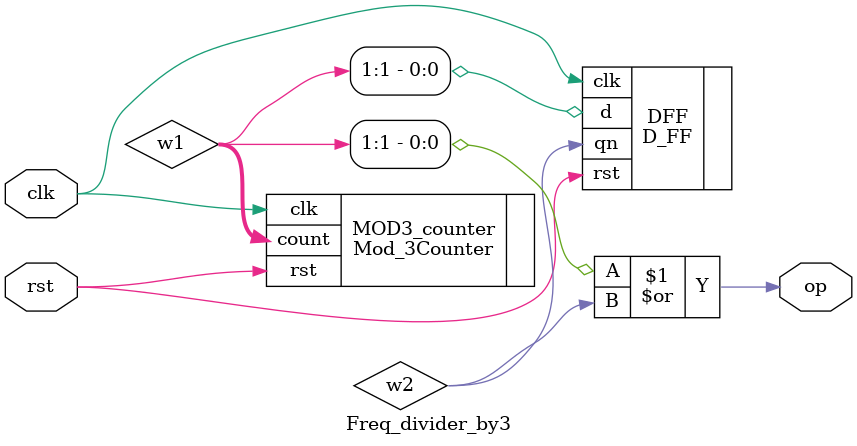
<source format=v>
`timescale 1ns / 1ps
module Freq_divider_by3(
    input clk,rst,
    output op
    );
    wire [1:0]w1;
    wire w2;
    Mod_3Counter MOD3_counter(.rst(rst),.clk(clk),.count(w1));
    D_FF DFF(.clk(clk),.d(w1[1]),.rst(rst),.qn(w2));
    assign op=w1[1] | w2;
endmodule

</source>
